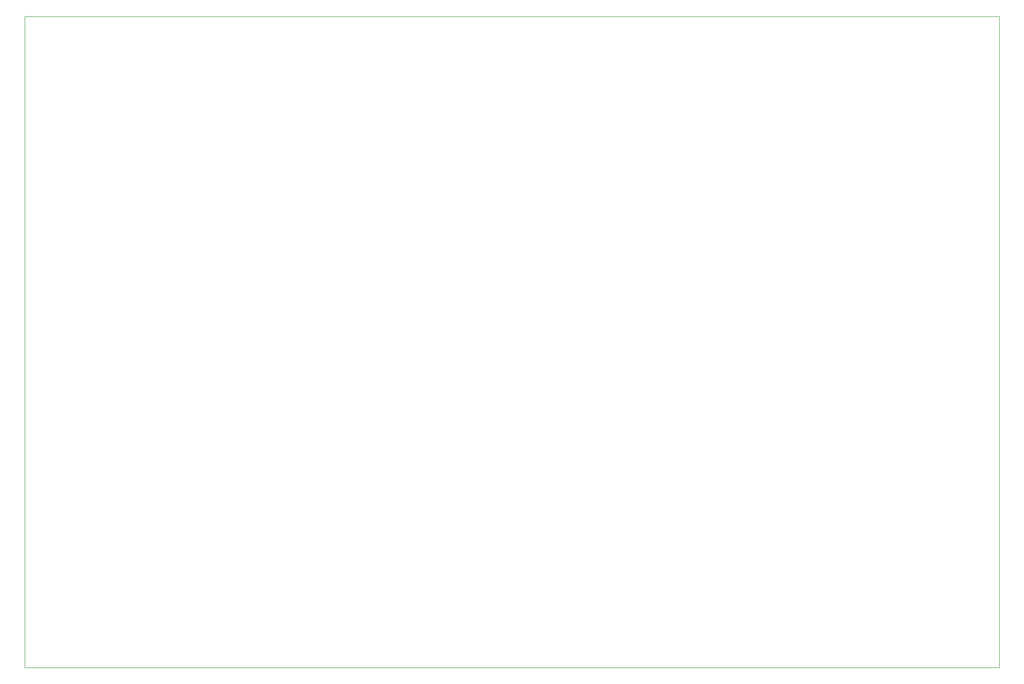
<source format=gbr>
G04 #@! TF.FileFunction,Profile,NP*
%FSLAX46Y46*%
G04 Gerber Fmt 4.6, Leading zero omitted, Abs format (unit mm)*
G04 Created by KiCad (PCBNEW (2015-07-09 BZR 5913, Git 33e1797)-product) date 09/11/2015 13:51:06*
%MOMM*%
G01*
G04 APERTURE LIST*
%ADD10C,0.100000*%
G04 APERTURE END LIST*
D10*
X72390000Y-156210000D02*
X72390000Y-35560000D01*
X252730000Y-156210000D02*
X72390000Y-156210000D01*
X252730000Y-35560000D02*
X252730000Y-156210000D01*
X72390000Y-35560000D02*
X252730000Y-35560000D01*
M02*

</source>
